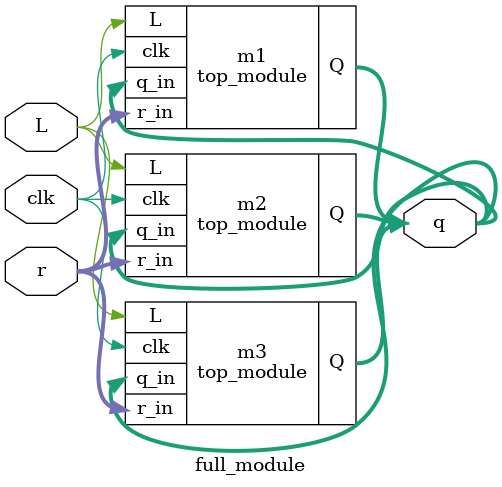
<source format=sv>
module top_module(
    input clk,
    input L,
    input [2:0] q_in,
    input [2:0] r_in,
    output reg [2:0] Q
);

    always @(posedge clk) begin
        if (L) begin
            Q <= r_in;
        end else begin
            Q <= {Q[1] ^ Q[2], Q[0], Q[2]};
        end
    end

endmodule
module full_module (
    input [2:0] r,
    input L,
    input clk,
    output reg [2:0] q
);

    top_module m1 (
        .clk(clk),
        .L(L),
        .q_in(q),
        .r_in(r),
        .Q(q)
    );

    top_module m2 (
        .clk(clk),
        .L(L),
        .q_in(q),
        .r_in(r),
        .Q(q)
    );

    top_module m3 (
        .clk(clk),
        .L(L),
        .q_in(q),
        .r_in(r),
        .Q(q)
    );

endmodule

</source>
